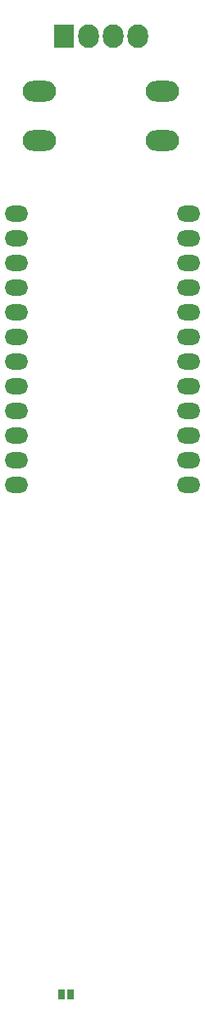
<source format=gts>
G04 #@! TF.FileFunction,Soldermask,Top*
%FSLAX46Y46*%
G04 Gerber Fmt 4.6, Leading zero omitted, Abs format (unit mm)*
G04 Created by KiCad (PCBNEW 4.0.1-stable) date 10/3/2016 3:23:19 PM*
%MOMM*%
G01*
G04 APERTURE LIST*
%ADD10C,0.100000*%
%ADD11O,3.448000X2.127200*%
%ADD12R,0.800000X1.000000*%
%ADD13R,2.127200X2.432000*%
%ADD14O,2.127200X2.432000*%
%ADD15O,2.400000X1.670000*%
G04 APERTURE END LIST*
D10*
D11*
X128066800Y-71170800D03*
X128066800Y-76250800D03*
X140766800Y-71170800D03*
X140766800Y-76250800D03*
D12*
X130410800Y-164261800D03*
X131310800Y-164261800D03*
D13*
X130657600Y-65481200D03*
D14*
X133197600Y-65481200D03*
X135737600Y-65481200D03*
X138277600Y-65481200D03*
D15*
X143510000Y-83820000D03*
X125730000Y-83820000D03*
X143510000Y-86360000D03*
X125730000Y-86360000D03*
X143510000Y-88900000D03*
X125730000Y-88900000D03*
X143510000Y-91440000D03*
X125730000Y-91440000D03*
X143510000Y-93980000D03*
X125730000Y-93980000D03*
X143510000Y-96520000D03*
X125730000Y-96520000D03*
X143510000Y-99060000D03*
X125730000Y-99060000D03*
X143510000Y-101600000D03*
X125730000Y-101600000D03*
X143510000Y-104140000D03*
X125730000Y-104140000D03*
X143510000Y-106680000D03*
X125730000Y-106680000D03*
X143510000Y-109220000D03*
X125730000Y-109220000D03*
X143510000Y-111760000D03*
X125730000Y-111760000D03*
M02*

</source>
